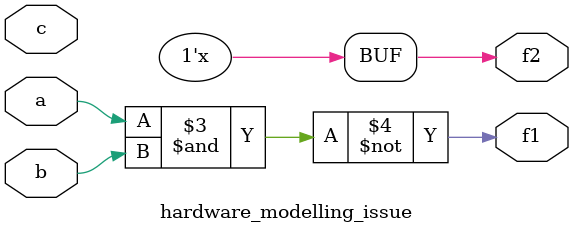
<source format=v>
module hardware_modelling_issue(a,b,c,f1,f2);

    // synthesis system will generate a wire for f1 and a storage cell for f2 

    input a,b,c;
    output f1,f2;
    wire a,b,c;
    reg f1,f2;
    always @(a or b or c)
    begin 
        f2 = f1 ^ f2;
        f1 = ~(a & b);
    end

endmodule
</source>
